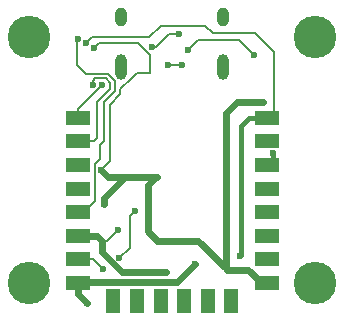
<source format=gbl>
G04 #@! TF.GenerationSoftware,KiCad,Pcbnew,7.0.1-0*
G04 #@! TF.CreationDate,2023-11-28T20:23:29+01:00*
G04 #@! TF.ProjectId,Smart_Lamps,536d6172-745f-44c6-916d-70732e6b6963,rev?*
G04 #@! TF.SameCoordinates,Original*
G04 #@! TF.FileFunction,Copper,L2,Bot*
G04 #@! TF.FilePolarity,Positive*
%FSLAX46Y46*%
G04 Gerber Fmt 4.6, Leading zero omitted, Abs format (unit mm)*
G04 Created by KiCad (PCBNEW 7.0.1-0) date 2023-11-28 20:23:29*
%MOMM*%
%LPD*%
G01*
G04 APERTURE LIST*
G04 Aperture macros list*
%AMRoundRect*
0 Rectangle with rounded corners*
0 $1 Rounding radius*
0 $2 $3 $4 $5 $6 $7 $8 $9 X,Y pos of 4 corners*
0 Add a 4 corners polygon primitive as box body*
4,1,4,$2,$3,$4,$5,$6,$7,$8,$9,$2,$3,0*
0 Add four circle primitives for the rounded corners*
1,1,$1+$1,$2,$3*
1,1,$1+$1,$4,$5*
1,1,$1+$1,$6,$7*
1,1,$1+$1,$8,$9*
0 Add four rect primitives between the rounded corners*
20,1,$1+$1,$2,$3,$4,$5,0*
20,1,$1+$1,$4,$5,$6,$7,0*
20,1,$1+$1,$6,$7,$8,$9,0*
20,1,$1+$1,$8,$9,$2,$3,0*%
G04 Aperture macros list end*
G04 #@! TA.AperFunction,ComponentPad*
%ADD10C,3.600000*%
G04 #@! TD*
G04 #@! TA.AperFunction,ComponentPad*
%ADD11RoundRect,0.500000X0.000000X0.600000X0.000000X0.600000X0.000000X-0.600000X0.000000X-0.600000X0*%
G04 #@! TD*
G04 #@! TA.AperFunction,ComponentPad*
%ADD12RoundRect,0.500000X0.000000X0.300000X0.000000X0.300000X0.000000X-0.300000X0.000000X-0.300000X0*%
G04 #@! TD*
G04 #@! TA.AperFunction,SMDPad,CuDef*
%ADD13R,2.000000X1.200000*%
G04 #@! TD*
G04 #@! TA.AperFunction,SMDPad,CuDef*
%ADD14R,1.200000X2.000000*%
G04 #@! TD*
G04 #@! TA.AperFunction,ViaPad*
%ADD15C,0.600000*%
G04 #@! TD*
G04 #@! TA.AperFunction,Conductor*
%ADD16C,0.600000*%
G04 #@! TD*
G04 #@! TA.AperFunction,Conductor*
%ADD17C,0.200000*%
G04 #@! TD*
G04 #@! TA.AperFunction,Conductor*
%ADD18C,0.400000*%
G04 #@! TD*
G04 APERTURE END LIST*
D10*
X150300000Y-124900000D03*
X126100000Y-124900000D03*
X126100000Y-104100000D03*
D11*
X142520000Y-106580000D03*
D12*
X142520000Y-102400000D03*
D11*
X133880000Y-106580000D03*
D12*
X133880000Y-102400000D03*
D10*
X150300000Y-104100000D03*
D13*
X146200000Y-110900000D03*
X146200000Y-112900000D03*
X146200000Y-114900000D03*
X146200000Y-116900000D03*
X146200000Y-118900000D03*
X146200000Y-120900000D03*
X146200000Y-122900000D03*
X146200000Y-124900000D03*
D14*
X143200000Y-126380000D03*
X141200000Y-126380000D03*
X139200000Y-126380000D03*
X137200000Y-126380000D03*
X135200000Y-126380000D03*
X133200000Y-126380000D03*
D13*
X130200000Y-124900000D03*
X130200000Y-122900000D03*
X130200000Y-120900000D03*
X130200000Y-118900000D03*
X130200000Y-116900000D03*
X130200000Y-114900000D03*
X130200000Y-112900000D03*
X130200000Y-110900000D03*
D15*
X133600000Y-120400000D03*
X137700000Y-124000000D03*
X130200000Y-104200000D03*
X131000000Y-118600000D03*
X130900000Y-104600000D03*
X143900000Y-122600000D03*
X131600000Y-105000000D03*
X145900000Y-109550000D03*
X132176500Y-115305869D03*
X136900000Y-115900000D03*
X132400000Y-118200000D03*
X131450000Y-108100000D03*
X132250000Y-108100000D03*
X139000000Y-106400000D03*
X137800000Y-106400000D03*
X136500000Y-104900000D03*
X131000000Y-126600000D03*
X138800000Y-103800000D03*
X140100000Y-123300000D03*
X146700000Y-113926502D03*
X135000000Y-118800000D03*
X133713714Y-122786286D03*
X132300000Y-123700000D03*
X139500000Y-105200000D03*
X145100000Y-105600000D03*
D16*
X143650000Y-109550000D02*
X142700000Y-110500000D01*
X142700000Y-110500000D02*
X142700000Y-123600000D01*
X145900000Y-109550000D02*
X143650000Y-109550000D01*
D17*
X145100000Y-105600000D02*
X143800000Y-104300000D01*
X143800000Y-104300000D02*
X140400000Y-104300000D01*
X140400000Y-104300000D02*
X139500000Y-105200000D01*
D16*
X130200000Y-124900000D02*
X130300000Y-124800000D01*
X130300000Y-124800000D02*
X138600000Y-124800000D01*
X138600000Y-124800000D02*
X140100000Y-123300000D01*
D17*
X130900000Y-104600000D02*
X131400000Y-104100000D01*
X141000000Y-103100000D02*
X141600000Y-103700000D01*
X131400000Y-104100000D02*
X136200000Y-104100000D01*
X146800000Y-105300000D02*
X146800000Y-110300000D01*
X136200000Y-104100000D02*
X137200000Y-103100000D01*
X137200000Y-103100000D02*
X141000000Y-103100000D01*
X141600000Y-103700000D02*
X145200000Y-103700000D01*
X145200000Y-103700000D02*
X146800000Y-105300000D01*
X146800000Y-110300000D02*
X146200000Y-110900000D01*
X132700000Y-121300000D02*
X133600000Y-120400000D01*
D16*
X132200000Y-122300000D02*
X132200000Y-121300000D01*
X132200000Y-121300000D02*
X131800000Y-120900000D01*
X137700000Y-124000000D02*
X133900000Y-124000000D01*
D17*
X132200000Y-121300000D02*
X132700000Y-121300000D01*
D16*
X131800000Y-120900000D02*
X130200000Y-120900000D01*
X133900000Y-124000000D02*
X132200000Y-122300000D01*
D17*
X131650000Y-114831209D02*
X131650000Y-117950000D01*
X133350000Y-108650000D02*
X132400000Y-109600000D01*
X130100000Y-104300000D02*
X130100000Y-106400000D01*
X131650000Y-117950000D02*
X131000000Y-118600000D01*
X133350000Y-107800000D02*
X133350000Y-108650000D01*
X130100000Y-106400000D02*
X130900000Y-107200000D01*
X132400000Y-109600000D02*
X132400000Y-112900000D01*
X130200000Y-104200000D02*
X130100000Y-104300000D01*
X132100000Y-113200000D02*
X132100000Y-114381209D01*
X132750000Y-107200000D02*
X133350000Y-107800000D01*
D18*
X130500000Y-118600000D02*
X130200000Y-118900000D01*
X131000000Y-118600000D02*
X130500000Y-118600000D01*
D17*
X130900000Y-107200000D02*
X132750000Y-107200000D01*
X132400000Y-112900000D02*
X132100000Y-113200000D01*
X132100000Y-114381209D02*
X131650000Y-114831209D01*
D18*
X144000000Y-122500000D02*
X144000000Y-111600000D01*
X144700000Y-110900000D02*
X146200000Y-110900000D01*
X144000000Y-111600000D02*
X144700000Y-110900000D01*
X143900000Y-122600000D02*
X144000000Y-122500000D01*
D17*
X136300000Y-107100000D02*
X135204594Y-107100000D01*
D16*
X134200000Y-115900000D02*
X136900000Y-115900000D01*
D17*
X131600000Y-105000000D02*
X132000000Y-104600000D01*
X132900000Y-114582369D02*
X132176500Y-115305869D01*
D16*
X136100000Y-120500000D02*
X136900000Y-121300000D01*
X136100000Y-116600000D02*
X136100000Y-120500000D01*
D17*
X132000000Y-104600000D02*
X135300000Y-104600000D01*
X133800000Y-108900000D02*
X132900000Y-109800000D01*
X135300000Y-104600000D02*
X136300000Y-105600000D01*
D16*
X132400000Y-117700000D02*
X134200000Y-115900000D01*
D17*
X136300000Y-105600000D02*
X136300000Y-107100000D01*
X134800000Y-107500000D02*
X133800000Y-108500000D01*
D16*
X134200000Y-115900000D02*
X132770631Y-115900000D01*
D17*
X133800000Y-108500000D02*
X133800000Y-108900000D01*
D16*
X142700000Y-123600000D02*
X142850000Y-123750000D01*
X136900000Y-115900000D02*
X136800000Y-115900000D01*
X136900000Y-121300000D02*
X140400000Y-121300000D01*
D17*
X132900000Y-109800000D02*
X132900000Y-114582369D01*
D18*
X146200000Y-124900000D02*
X145350000Y-124900000D01*
D16*
X136800000Y-115900000D02*
X136100000Y-116600000D01*
X144600000Y-123750000D02*
X145750000Y-124900000D01*
D17*
X134804594Y-107500000D02*
X134800000Y-107500000D01*
D16*
X140400000Y-121300000D02*
X142700000Y-123600000D01*
X145750000Y-124900000D02*
X146200000Y-124900000D01*
X142850000Y-123750000D02*
X144600000Y-123750000D01*
D17*
X135204594Y-107100000D02*
X134804594Y-107500000D01*
D16*
X132400000Y-118200000D02*
X132400000Y-117700000D01*
X132770631Y-115900000D02*
X132176500Y-115305869D01*
D17*
X131850000Y-109550000D02*
X131850000Y-112600000D01*
X131450000Y-107750000D02*
X131650000Y-107550000D01*
X132550000Y-107550000D02*
X132950000Y-107950000D01*
X131850000Y-112600000D02*
X131550000Y-112900000D01*
X132950000Y-108450000D02*
X131850000Y-109550000D01*
X131450000Y-108100000D02*
X131450000Y-107750000D01*
X132950000Y-107950000D02*
X132950000Y-108450000D01*
X131650000Y-107550000D02*
X132550000Y-107550000D01*
X131550000Y-112900000D02*
X130200000Y-112900000D01*
X132250000Y-108100000D02*
X130200000Y-110150000D01*
X130200000Y-110150000D02*
X130200000Y-110900000D01*
X139000000Y-106400000D02*
X137800000Y-106400000D01*
X136500000Y-104900000D02*
X136800000Y-104900000D01*
X136800000Y-104900000D02*
X137900000Y-103800000D01*
D16*
X130200000Y-125800000D02*
X131000000Y-126600000D01*
X130200000Y-124900000D02*
X130200000Y-125800000D01*
D17*
X137900000Y-103800000D02*
X138800000Y-103800000D01*
D18*
X146700000Y-113926502D02*
X146700000Y-114400000D01*
X146700000Y-114400000D02*
X146200000Y-114900000D01*
D17*
X133713714Y-122786286D02*
X134600000Y-121900000D01*
X134600000Y-121900000D02*
X134600000Y-119200000D01*
X132300000Y-123700000D02*
X131500000Y-122900000D01*
X131500000Y-122900000D02*
X130200000Y-122900000D01*
X134600000Y-119200000D02*
X135000000Y-118800000D01*
M02*

</source>
